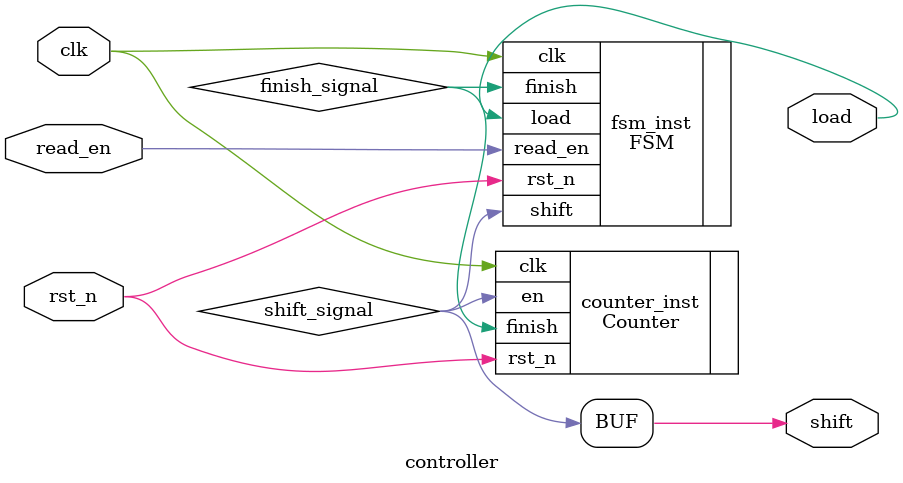
<source format=sv>
`include "FSM.sv"
`include "counter.sv"
module controller(
  input wire clk,
  input wire rst_n,
  input wire read_en,
  
  output reg load,
  output reg shift
);
  reg finish_signal, shift_signal;
  FSM fsm_inst(
    .clk(clk),
    .rst_n(rst_n),
    .read_en(read_en),
    
    .finish(finish_signal),
    .load(load),
    .shift(shift_signal)
  );
  
  Counter counter_inst(
  	.clk(clk),
    .rst_n(rst_n),
    .en(shift_signal),
    .finish(finish_signal)
  );
  assign shift=shift_signal;
endmodule: controller
</source>
